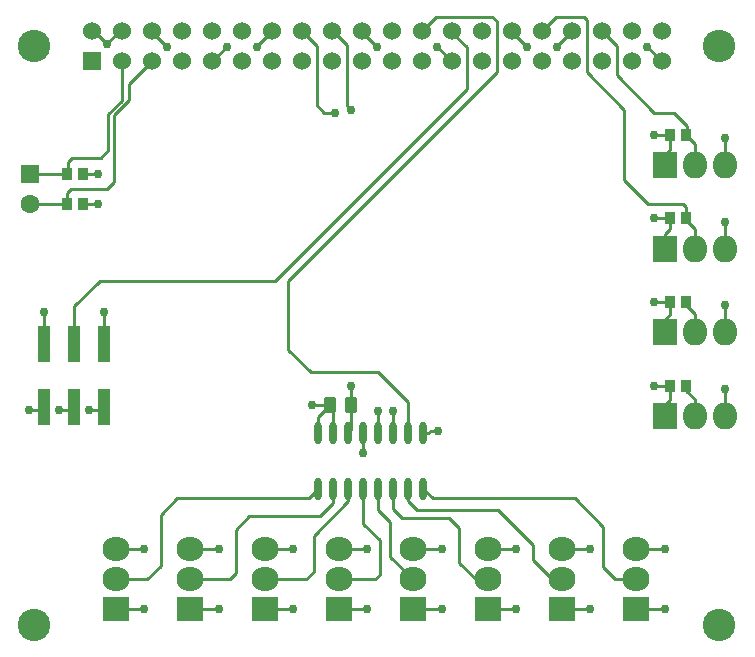
<source format=gtl>
G04 Layer_Physical_Order=1*
G04 Layer_Color=25308*
%FSAX24Y24*%
%MOIN*%
G70*
G01*
G75*
%ADD10O,0.0236X0.0748*%
%ADD11R,0.0354X0.0413*%
%ADD12R,0.0394X0.1220*%
G04:AMPARAMS|DCode=13|XSize=40mil|YSize=55mil|CornerRadius=5mil|HoleSize=0mil|Usage=FLASHONLY|Rotation=0.000|XOffset=0mil|YOffset=0mil|HoleType=Round|Shape=RoundedRectangle|*
%AMROUNDEDRECTD13*
21,1,0.0400,0.0450,0,0,0.0*
21,1,0.0300,0.0550,0,0,0.0*
1,1,0.0100,0.0150,-0.0225*
1,1,0.0100,-0.0150,-0.0225*
1,1,0.0100,-0.0150,0.0225*
1,1,0.0100,0.0150,0.0225*
%
%ADD13ROUNDEDRECTD13*%
%ADD14C,0.0100*%
%ADD15R,0.0900X0.0800*%
%ADD16O,0.0900X0.0800*%
%ADD17C,0.1083*%
%ADD18C,0.0630*%
%ADD19R,0.0630X0.0630*%
%ADD20R,0.0800X0.0900*%
%ADD21O,0.0800X0.0900*%
%ADD22R,0.0600X0.0600*%
%ADD23C,0.0600*%
%ADD24C,0.0300*%
D10*
X031700Y026625D02*
D03*
X031200D02*
D03*
X030700D02*
D03*
X030200D02*
D03*
X029700D02*
D03*
X029200D02*
D03*
X028700D02*
D03*
X028200D02*
D03*
X031700Y024775D02*
D03*
X031200D02*
D03*
X030700D02*
D03*
X030200D02*
D03*
X029700D02*
D03*
X029200D02*
D03*
X028700D02*
D03*
X028200D02*
D03*
D11*
X019834Y034250D02*
D03*
X020366D02*
D03*
X019834Y035250D02*
D03*
X020366D02*
D03*
X040466Y028200D02*
D03*
X039934D02*
D03*
X040466Y031000D02*
D03*
X039934D02*
D03*
X040466Y033800D02*
D03*
X039934D02*
D03*
X040466Y036550D02*
D03*
X039934D02*
D03*
D12*
X019050Y029613D02*
D03*
X020050D02*
D03*
X021050D02*
D03*
Y027487D02*
D03*
X020050D02*
D03*
X019050D02*
D03*
D13*
X028600Y027550D02*
D03*
X029300D02*
D03*
D14*
X028000D02*
X028600D01*
X028700Y027450D01*
Y026625D02*
Y027450D01*
X028886Y020750D02*
X029836D01*
X041750Y027200D02*
Y028100D01*
X029150Y037550D02*
X029300Y037400D01*
X028400Y037300D02*
X028750D01*
X028150Y037550D02*
X028400Y037300D01*
X028150Y037550D02*
Y039515D01*
X028645Y040069D02*
X029150Y039565D01*
Y037550D02*
Y039565D01*
X027645Y040019D02*
X028150Y039515D01*
X037150Y038650D02*
Y040398D01*
Y038650D02*
X038400Y037400D01*
X038150Y038550D02*
Y039515D01*
X037645Y040019D02*
X038150Y039515D01*
X023500Y024450D02*
X027875D01*
X022950Y023900D02*
X023500Y024450D01*
X022950Y022200D02*
Y023900D01*
X027875Y024450D02*
X028200Y024775D01*
X032025Y024450D02*
X036750D01*
X031700Y024775D02*
X032025Y024450D01*
X028200Y024600D02*
Y024775D01*
X034200Y024050D02*
X035350Y022900D01*
Y022400D02*
Y022900D01*
Y022400D02*
X036000Y021750D01*
X036750Y024450D02*
X037700Y023500D01*
Y022150D02*
Y023500D01*
Y022150D02*
X038100Y021750D01*
X038800D01*
X036000D02*
X036321D01*
X031500Y024050D02*
X034200D01*
X031200Y024350D02*
X031500Y024050D01*
X031200Y024350D02*
Y024775D01*
X030700Y024100D02*
Y024775D01*
Y024100D02*
X031000Y023800D01*
X032550D01*
X032900Y023450D01*
Y022300D02*
Y023450D01*
Y022300D02*
X033450Y021750D01*
X033843D01*
X030200Y024050D02*
X030600Y023650D01*
Y022514D02*
Y023650D01*
Y022514D02*
X031364Y021750D01*
X029700Y023600D02*
X030250Y023050D01*
Y021900D02*
Y023050D01*
X030100Y021750D02*
X030250Y021900D01*
X030200Y024050D02*
Y024775D01*
X029700Y023600D02*
Y024775D01*
X028886Y021750D02*
X030100D01*
X029200Y024350D02*
Y024775D01*
X028050Y023200D02*
X029200Y024350D01*
X028050Y022000D02*
Y023200D01*
X027800Y021750D02*
X028050Y022000D01*
X026407Y021750D02*
X027800D01*
X028700Y024300D02*
Y024775D01*
X028250Y023850D02*
X028700Y024300D01*
X025900Y023850D02*
X028250D01*
X025450Y023400D02*
X025900Y023850D01*
X025450Y021950D02*
Y023400D01*
X025250Y021750D02*
X025450Y021950D01*
X023929Y021750D02*
X025250D01*
X022500D02*
X022950Y022200D01*
X021450Y021750D02*
X022500D01*
X029700Y025950D02*
Y026625D01*
X030200D02*
Y027350D01*
X030700Y026625D02*
Y027350D01*
X028200Y027150D02*
X028600Y027550D01*
X028200Y026625D02*
Y027150D01*
X018963Y027400D02*
X019050Y027487D01*
X018550Y027400D02*
X018963D01*
X020963D02*
X021050Y027487D01*
X020550Y027400D02*
X020963D01*
X019963D02*
X020050Y027487D01*
X019550Y027400D02*
X019963D01*
X032636Y040010D02*
X033150Y039497D01*
X020050Y030850D02*
X020910Y031710D01*
X020050Y029613D02*
Y030850D01*
X041750Y035550D02*
Y036450D01*
Y032767D02*
Y033667D01*
X041750Y029983D02*
Y030900D01*
X021450Y022750D02*
X022400D01*
X021450Y020750D02*
X022400D01*
X023929D02*
X024879D01*
X026407D02*
X027357D01*
X031364D02*
X032314D01*
X033843D02*
X034793D01*
X033843Y022750D02*
X034793D01*
X036321D02*
X037271D01*
X036321Y020750D02*
X037250D01*
X038800D02*
X039750D01*
X038800Y022750D02*
X039750D01*
X031364D02*
X032314D01*
X028886D02*
X029836D01*
X026407D02*
X027357D01*
X023929D02*
X024879D01*
X021500Y020700D02*
X021550Y020750D01*
X021450D02*
X021500Y020700D01*
X021050Y029713D02*
Y030650D01*
Y029713D02*
X021100Y029663D01*
X021050Y029613D02*
X021100Y029663D01*
X020950Y035800D02*
X021200Y036050D01*
X020000Y035800D02*
X020950D01*
X021200Y037250D02*
X021645Y037695D01*
X021200Y036050D02*
Y037250D01*
X021400Y037224D02*
X021900Y037724D01*
X021400Y035000D02*
Y037224D01*
X021150Y034750D02*
X021400Y035000D01*
X019850Y035650D02*
X020000Y035800D01*
X019850Y035274D02*
Y035650D01*
X019830Y035254D02*
X019850Y035274D01*
X019950Y034750D02*
X021150D01*
X019834Y034634D02*
X019950Y034750D01*
X021900Y037724D02*
Y038274D01*
X022645Y039019D01*
X019834Y034250D02*
Y034634D01*
X021645Y037695D02*
Y039019D01*
X018582Y035250D02*
X019834D01*
X018582Y034250D02*
X019834D01*
X020366Y035250D02*
X020850D01*
X020366Y034250D02*
X020850D01*
X020645Y040019D02*
X020731D01*
X031940Y026700D02*
X032200D01*
X031865Y026625D02*
X031940Y026700D01*
X031700Y026625D02*
X031865D01*
X039165Y039500D02*
X039645Y039019D01*
X039150Y039500D02*
X039165D01*
X036150Y039524D02*
X036645Y040019D01*
X036150Y039500D02*
Y039524D01*
X034645Y040005D02*
X035150Y039500D01*
X034645Y040005D02*
Y040019D01*
X022645Y040005D02*
X023150Y039500D01*
X022645Y040005D02*
Y040019D01*
X032165Y039500D02*
X032645Y039019D01*
X032150Y039500D02*
X032165D01*
X029645Y040005D02*
X030150Y039500D01*
X029645Y040005D02*
Y040019D01*
X026150Y039524D02*
X026645Y040019D01*
X026150Y039500D02*
Y039524D01*
X029300Y027550D02*
Y028200D01*
X029200Y026625D02*
X029300Y026725D01*
Y027550D01*
X039400Y037300D02*
X040050D01*
X038150Y038550D02*
X039400Y037300D01*
X040050D02*
X040500Y036850D01*
Y036584D02*
Y036850D01*
X040466Y036550D02*
X040500Y036584D01*
X040466Y036550D02*
X040750Y036266D01*
Y035550D02*
Y036266D01*
X039934Y036066D02*
Y036550D01*
X039418Y035550D02*
X039750D01*
X039418D02*
X039934Y036066D01*
X039400Y036550D02*
X039934D01*
X040350Y034250D02*
X040450Y034150D01*
Y033716D02*
Y034150D01*
Y033716D02*
X040750Y033416D01*
Y032767D02*
Y033416D01*
X039750Y032767D02*
X039934Y032951D01*
X039400Y033800D02*
X039934D01*
X038400Y035050D02*
Y037400D01*
Y035050D02*
X039200Y034250D01*
X040350D01*
X040466Y030884D02*
Y031000D01*
Y030884D02*
X040750Y030600D01*
Y029983D02*
Y030600D01*
X039750Y029983D02*
Y030400D01*
X039934Y030584D01*
Y031000D01*
X039750Y032767D02*
Y033250D01*
X039934Y033434D01*
Y033800D01*
X039400Y031000D02*
X039934D01*
X039400Y028200D02*
X039934D01*
X039750Y027200D02*
Y027550D01*
X039934Y027734D01*
Y028200D01*
X040466Y028034D02*
Y028200D01*
Y028034D02*
X040750Y027750D01*
Y027200D02*
Y027750D01*
X021569Y040019D02*
X021645D01*
X021150Y039600D02*
X021569Y040019D01*
X020731D02*
X021150Y039600D01*
X034150Y038650D02*
Y040350D01*
X019050Y029613D02*
Y030650D01*
X019050Y030650D01*
X020910Y031710D02*
X026760D01*
X033150Y038100D01*
Y039497D01*
X027200Y031700D02*
X034150Y038650D01*
X030200Y028650D02*
X031200Y027650D01*
Y026625D02*
Y027650D01*
X027200Y029400D02*
Y031700D01*
Y029400D02*
X027950Y028650D01*
X030200D01*
X031645Y040019D02*
X032126Y040500D01*
X034000D01*
X034150Y040350D01*
X035645Y040019D02*
X036126Y040500D01*
X037048D01*
X037150Y040398D01*
X024645Y039019D02*
X024669D01*
X025150Y039500D01*
D15*
X021450Y020750D02*
D03*
X023929D02*
D03*
X031364D02*
D03*
X033843D02*
D03*
X036321D02*
D03*
X026407D02*
D03*
X038800D02*
D03*
X028886D02*
D03*
D16*
X021450Y021750D02*
D03*
Y022750D02*
D03*
X023929Y021750D02*
D03*
Y022750D02*
D03*
X031364Y021750D02*
D03*
Y022750D02*
D03*
X033843Y021750D02*
D03*
Y022750D02*
D03*
X036321Y021750D02*
D03*
Y022750D02*
D03*
X026407Y021750D02*
D03*
Y022750D02*
D03*
X038800Y021750D02*
D03*
Y022750D02*
D03*
X028886Y021750D02*
D03*
Y022750D02*
D03*
D17*
X041563Y020228D02*
D03*
X018728D02*
D03*
X041563Y039519D02*
D03*
X018728D02*
D03*
D18*
X018582Y034250D02*
D03*
D19*
Y035250D02*
D03*
D20*
X039750Y035550D02*
D03*
Y032767D02*
D03*
X039750Y029983D02*
D03*
Y027200D02*
D03*
D21*
X040750Y035550D02*
D03*
X041750D02*
D03*
X040750Y032767D02*
D03*
X041750D02*
D03*
X040750Y029983D02*
D03*
X041750D02*
D03*
X040750Y027200D02*
D03*
X041750D02*
D03*
D22*
X020645Y039019D02*
D03*
D23*
Y040019D02*
D03*
X021645Y039019D02*
D03*
Y040019D02*
D03*
X022645Y039019D02*
D03*
Y040019D02*
D03*
X023645Y039019D02*
D03*
Y040019D02*
D03*
X024645Y039019D02*
D03*
Y040019D02*
D03*
X025645Y039019D02*
D03*
Y040019D02*
D03*
X026645Y039019D02*
D03*
Y040019D02*
D03*
X027645Y039019D02*
D03*
Y040019D02*
D03*
X028645Y039019D02*
D03*
Y040019D02*
D03*
X029645Y039019D02*
D03*
Y040019D02*
D03*
X030645Y039019D02*
D03*
Y040019D02*
D03*
X031645Y039019D02*
D03*
Y040019D02*
D03*
X032645Y039019D02*
D03*
Y040019D02*
D03*
X033645Y039019D02*
D03*
Y040019D02*
D03*
X034645Y039019D02*
D03*
Y040019D02*
D03*
X035645Y039019D02*
D03*
Y040019D02*
D03*
X036645Y039019D02*
D03*
Y040019D02*
D03*
X037645Y039019D02*
D03*
Y040019D02*
D03*
X038645Y039019D02*
D03*
Y040019D02*
D03*
X039645Y039019D02*
D03*
Y040019D02*
D03*
D24*
X028000Y027550D02*
D03*
X029836Y020750D02*
D03*
X041750Y028100D02*
D03*
X039400Y028200D02*
D03*
X041750Y030900D02*
D03*
X039400Y031000D02*
D03*
X029300Y037400D02*
D03*
X028750Y037300D02*
D03*
X029700Y025950D02*
D03*
X030200Y027350D02*
D03*
X030700D02*
D03*
X020550Y027400D02*
D03*
X019550D02*
D03*
X018550D02*
D03*
X041750Y036450D02*
D03*
Y033667D02*
D03*
X022400Y022750D02*
D03*
X024879D02*
D03*
X027357D02*
D03*
X029836D02*
D03*
X022400Y020750D02*
D03*
X024879D02*
D03*
X027357D02*
D03*
X032314D02*
D03*
X034793D02*
D03*
X032314Y022750D02*
D03*
X034793D02*
D03*
X037250D02*
D03*
Y020750D02*
D03*
X039750D02*
D03*
X039750Y022750D02*
D03*
X021050Y030650D02*
D03*
X020850Y034250D02*
D03*
Y035250D02*
D03*
X032200Y026700D02*
D03*
X025150Y039500D02*
D03*
X039150D02*
D03*
X036150D02*
D03*
X035150D02*
D03*
X032150D02*
D03*
X030150D02*
D03*
X026150D02*
D03*
X023150D02*
D03*
X029300Y028200D02*
D03*
X039400Y036550D02*
D03*
Y033800D02*
D03*
X021150Y039600D02*
D03*
X019050Y030650D02*
D03*
M02*

</source>
